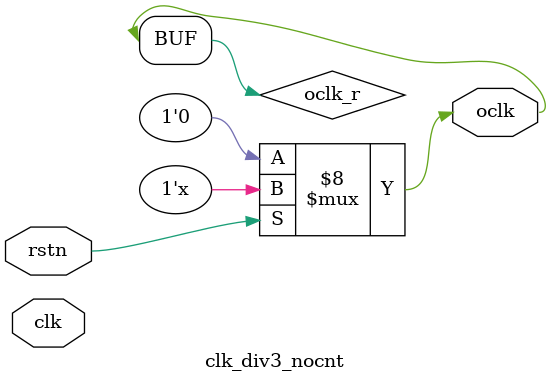
<source format=sv>
module clk_div3_nocnt(
    input clk,
    input rstn,
    output oclk
);

    reg [2:0] d_r;

    always @(clk or rstn) begin
        if (!rstn) begin
            d_r<= 3'b001;
        end
        else begin
            d_r[2] <= d_r[1];
            d_r[1] <= d_r[0];
            d_r[0] <= d_r[2];
        end
    end

    reg oclk_r;
    always @(clk or rstn) begin
        if(!rstn) begin
            oclk_r <= 0;
        end
        else begin
            oclk_r <= d_r[2] ? ~oclk_r : oclk_r;
        end
    end
    assign oclk = oclk_r;

endmodule//clk_div3_nocnt
</source>
